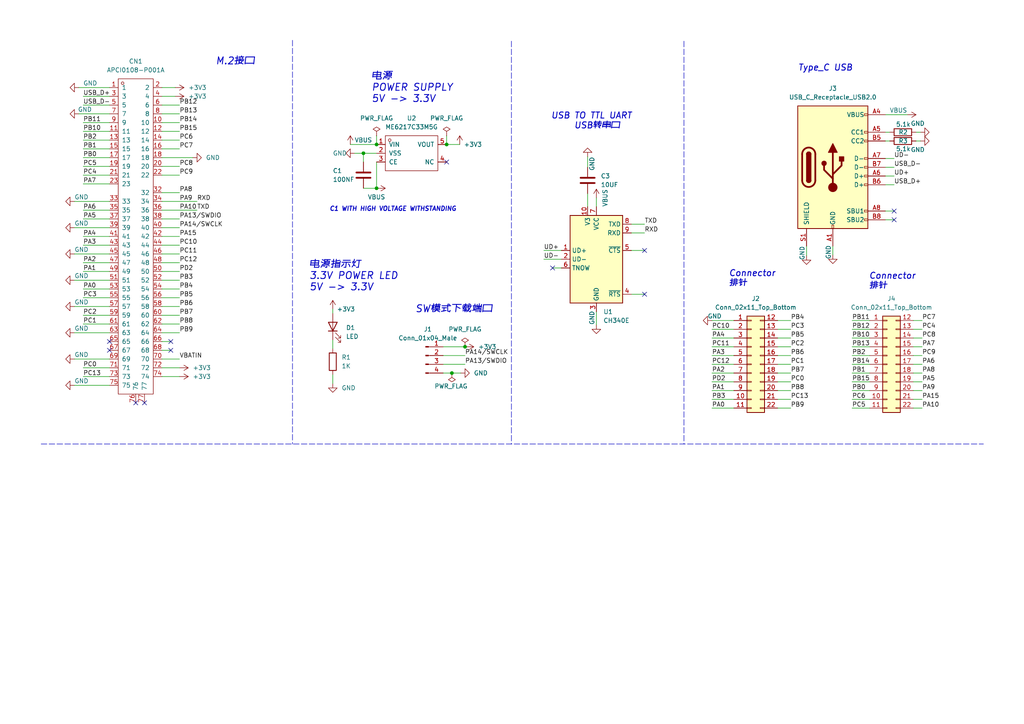
<source format=kicad_sch>
(kicad_sch (version 20211123) (generator eeschema)
  (paper "A4")
  (title_block (title "Test_board"))
  (lib_symbols
    (symbol "Connector:Conn_01x04_Male" (pin_names (offset 1.016) hide)
      (property "Reference" "J" (at 0 5.08 0))
      (property "Value" "Conn_01x04_Male" (at 0 -7.62 0))
      (symbol "Conn_01x04_Male_1_1"
        (polyline (pts (xy 1.27 -5.08) (xy 0.8636 -5.08)) (stroke (width 0.1524)))
        (polyline (pts (xy 1.27 -2.54) (xy 0.8636 -2.54)) (stroke (width 0.1524)))
        (polyline (pts (xy 1.27 0) (xy 0.8636 0)) (stroke (width 0.1524)))
        (polyline (pts (xy 1.27 2.54) (xy 0.8636 2.54)) (stroke (width 0.1524)))
        (rectangle (start 0.8636 -4.953) (end 0 -5.207) (stroke (width 0.1524)) (fill (type outline)))
        (rectangle (start 0.8636 -2.413) (end 0 -2.667) (stroke (width 0.1524)) (fill (type outline)))
        (rectangle (start 0.8636 0.127) (end 0 -0.127) (stroke (width 0.1524)) (fill (type outline)))
        (rectangle (start 0.8636 2.667) (end 0 2.413) (stroke (width 0.1524)) (fill (type outline)))
        (pin passive line (at 5.08 2.54 180) (length 3.81) (name "Pin_1") (number "1"))
        (pin passive line (at 5.08 0 180) (length 3.81) (name "Pin_2") (number "2"))
        (pin passive line (at 5.08 -2.54 180) (length 3.81) (name "Pin_3") (number "3"))
        (pin passive line (at 5.08 -5.08 180) (length 3.81) (name "Pin_4") (number "4"))
      )
    )
    (symbol "Connector:USB_C_Receptacle_USB2.0" (pin_names (offset 1.016))
      (property "Reference" "J" (at -10.16 19.05 0))
      (property "Value" "USB_C_Receptacle_USB2.0" (at 19.05 19.05 0))
      (symbol "USB_C_Receptacle_USB2.0_0_0"
        (rectangle (start -0.254 -17.78) (end 0.254 -16.764))
        (rectangle (start 10.16 -14.986) (end 9.144 -15.494))
        (rectangle (start 10.16 -12.446) (end 9.144 -12.954))
        (rectangle (start 10.16 -4.826) (end 9.144 -5.334))
        (rectangle (start 10.16 -2.286) (end 9.144 -2.794))
        (rectangle (start 10.16 0.254) (end 9.144 -0.254))
        (rectangle (start 10.16 2.794) (end 9.144 2.286))
        (rectangle (start 10.16 7.874) (end 9.144 7.366))
        (rectangle (start 10.16 10.414) (end 9.144 9.906))
        (rectangle (start 10.16 15.494) (end 9.144 14.986))
      )
      (symbol "USB_C_Receptacle_USB2.0_0_1"
        (rectangle (start -10.16 17.78) (end 10.16 -17.78) (stroke (width 0.254)) (fill (type background)))
        (arc (start -8.89 -3.81) (mid -6.985 -5.715) (end -5.08 -3.81) (stroke (width 0.508)))
        (arc (start -7.62 -3.81) (mid -6.985 -4.445) (end -6.35 -3.81) (stroke (width 0.254)))
        (arc (start -7.62 -3.81) (mid -6.985 -4.445) (end -6.35 -3.81) (stroke (width 0.254)) (fill (type outline)))
        (rectangle (start -7.62 -3.81) (end -6.35 3.81) (stroke (width 0.254)) (fill (type outline)))
        (arc (start -6.35 3.81) (mid -6.985 4.445) (end -7.62 3.81) (stroke (width 0.254)))
        (arc (start -6.35 3.81) (mid -6.985 4.445) (end -7.62 3.81) (stroke (width 0.254)) (fill (type outline)))
        (arc (start -5.08 3.81) (mid -6.985 5.715) (end -8.89 3.81) (stroke (width 0.508)))
        (circle (center -2.54 1.143) (radius 0.635) (stroke (width 0.254)) (fill (type outline)))
        (circle (center 0 -5.842) (radius 1.27) (fill (type outline)))
        (polyline (pts (xy -8.89 -3.81) (xy -8.89 3.81)) (stroke (width 0.508)))
        (polyline (pts (xy -5.08 3.81) (xy -5.08 -3.81)) (stroke (width 0.508)))
        (polyline (pts (xy 0 -5.842) (xy 0 4.318)) (stroke (width 0.508)))
        (polyline (pts (xy 0 -3.302) (xy -2.54 -0.762) (xy -2.54 0.508)) (stroke (width 0.508)))
        (polyline (pts (xy 0 -2.032) (xy 2.54 0.508) (xy 2.54 1.778)) (stroke (width 0.508)))
        (polyline (pts (xy -1.27 4.318) (xy 0 6.858) (xy 1.27 4.318) (xy -1.27 4.318)) (stroke (width 0.254)) (fill (type outline)))
        (rectangle (start 1.905 1.778) (end 3.175 3.048) (stroke (width 0.254)) (fill (type outline)))
      )
      (symbol "USB_C_Receptacle_USB2.0_1_1"
        (pin passive line (at 0 -22.86 90) (length 5.08) (name "GND") (number "A1"))
        (pin passive line (at 0 -22.86 90) (length 5.08) hide (name "GND") (number "A12"))
        (pin passive line (at 15.24 15.24 180) (length 5.08) (name "VBUS") (number "A4"))
        (pin bidirectional line (at 15.24 10.16 180) (length 5.08) (name "CC1") (number "A5"))
        (pin bidirectional line (at 15.24 -2.54 180) (length 5.08) (name "D+") (number "A6"))
        (pin bidirectional line (at 15.24 2.54 180) (length 5.08) (name "D-") (number "A7"))
        (pin bidirectional line (at 15.24 -12.7 180) (length 5.08) (name "SBU1") (number "A8"))
        (pin passive line (at 15.24 15.24 180) (length 5.08) hide (name "VBUS") (number "A9"))
        (pin passive line (at 0 -22.86 90) (length 5.08) hide (name "GND") (number "B1"))
        (pin passive line (at 0 -22.86 90) (length 5.08) hide (name "GND") (number "B12"))
        (pin passive line (at 15.24 15.24 180) (length 5.08) hide (name "VBUS") (number "B4"))
        (pin bidirectional line (at 15.24 7.62 180) (length 5.08) (name "CC2") (number "B5"))
        (pin bidirectional line (at 15.24 -5.08 180) (length 5.08) (name "D+") (number "B6"))
        (pin bidirectional line (at 15.24 0 180) (length 5.08) (name "D-") (number "B7"))
        (pin bidirectional line (at 15.24 -15.24 180) (length 5.08) (name "SBU2") (number "B8"))
        (pin passive line (at 15.24 15.24 180) (length 5.08) hide (name "VBUS") (number "B9"))
        (pin passive line (at -7.62 -22.86 90) (length 5.08) (name "SHIELD") (number "S1"))
      )
    )
    (symbol "Connector_Generic:Conn_02x11_Top_Bottom" (pin_names (offset 1.016) hide)
      (property "Reference" "J" (at 1.27 15.24 0))
      (property "Value" "Conn_02x11_Top_Bottom" (at 1.27 -15.24 0))
      (symbol "Conn_02x11_Top_Bottom_1_1"
        (rectangle (start -1.27 -12.573) (end 0 -12.827) (stroke (width 0.1524)))
        (rectangle (start -1.27 -10.033) (end 0 -10.287) (stroke (width 0.1524)))
        (rectangle (start -1.27 -7.493) (end 0 -7.747) (stroke (width 0.1524)))
        (rectangle (start -1.27 -4.953) (end 0 -5.207) (stroke (width 0.1524)))
        (rectangle (start -1.27 -2.413) (end 0 -2.667) (stroke (width 0.1524)))
        (rectangle (start -1.27 0.127) (end 0 -0.127) (stroke (width 0.1524)))
        (rectangle (start -1.27 2.667) (end 0 2.413) (stroke (width 0.1524)))
        (rectangle (start -1.27 5.207) (end 0 4.953) (stroke (width 0.1524)))
        (rectangle (start -1.27 7.747) (end 0 7.493) (stroke (width 0.1524)))
        (rectangle (start -1.27 10.287) (end 0 10.033) (stroke (width 0.1524)))
        (rectangle (start -1.27 12.827) (end 0 12.573) (stroke (width 0.1524)))
        (rectangle (start -1.27 13.97) (end 3.81 -13.97) (stroke (width 0.254)) (fill (type background)))
        (rectangle (start 3.81 -12.573) (end 2.54 -12.827) (stroke (width 0.1524)))
        (rectangle (start 3.81 -10.033) (end 2.54 -10.287) (stroke (width 0.1524)))
        (rectangle (start 3.81 -7.493) (end 2.54 -7.747) (stroke (width 0.1524)))
        (rectangle (start 3.81 -4.953) (end 2.54 -5.207) (stroke (width 0.1524)))
        (rectangle (start 3.81 -2.413) (end 2.54 -2.667) (stroke (width 0.1524)))
        (rectangle (start 3.81 0.127) (end 2.54 -0.127) (stroke (width 0.1524)))
        (rectangle (start 3.81 2.667) (end 2.54 2.413) (stroke (width 0.1524)))
        (rectangle (start 3.81 5.207) (end 2.54 4.953) (stroke (width 0.1524)))
        (rectangle (start 3.81 7.747) (end 2.54 7.493) (stroke (width 0.1524)))
        (rectangle (start 3.81 10.287) (end 2.54 10.033) (stroke (width 0.1524)))
        (rectangle (start 3.81 12.827) (end 2.54 12.573) (stroke (width 0.1524)))
        (pin passive line (at -5.08 12.7 0) (length 3.81) (name "Pin_1") (number "1"))
        (pin passive line (at -5.08 -10.16 0) (length 3.81) (name "Pin_10") (number "10"))
        (pin passive line (at -5.08 -12.7 0) (length 3.81) (name "Pin_11") (number "11"))
        (pin passive line (at 7.62 12.7 180) (length 3.81) (name "Pin_12") (number "12"))
        (pin passive line (at 7.62 10.16 180) (length 3.81) (name "Pin_13") (number "13"))
        (pin passive line (at 7.62 7.62 180) (length 3.81) (name "Pin_14") (number "14"))
        (pin passive line (at 7.62 5.08 180) (length 3.81) (name "Pin_15") (number "15"))
        (pin passive line (at 7.62 2.54 180) (length 3.81) (name "Pin_16") (number "16"))
        (pin passive line (at 7.62 0 180) (length 3.81) (name "Pin_17") (number "17"))
        (pin passive line (at 7.62 -2.54 180) (length 3.81) (name "Pin_18") (number "18"))
        (pin passive line (at 7.62 -5.08 180) (length 3.81) (name "Pin_19") (number "19"))
        (pin passive line (at -5.08 10.16 0) (length 3.81) (name "Pin_2") (number "2"))
        (pin passive line (at 7.62 -7.62 180) (length 3.81) (name "Pin_20") (number "20"))
        (pin passive line (at 7.62 -10.16 180) (length 3.81) (name "Pin_21") (number "21"))
        (pin passive line (at 7.62 -12.7 180) (length 3.81) (name "Pin_22") (number "22"))
        (pin passive line (at -5.08 7.62 0) (length 3.81) (name "Pin_3") (number "3"))
        (pin passive line (at -5.08 5.08 0) (length 3.81) (name "Pin_4") (number "4"))
        (pin passive line (at -5.08 2.54 0) (length 3.81) (name "Pin_5") (number "5"))
        (pin passive line (at -5.08 0 0) (length 3.81) (name "Pin_6") (number "6"))
        (pin passive line (at -5.08 -2.54 0) (length 3.81) (name "Pin_7") (number "7"))
        (pin passive line (at -5.08 -5.08 0) (length 3.81) (name "Pin_8") (number "8"))
        (pin passive line (at -5.08 -7.62 0) (length 3.81) (name "Pin_9") (number "9"))
      )
    )
    (symbol "Device:C" (pin_numbers hide) (pin_names (offset 0.254))
      (property "Reference" "C" (at 0.635 2.54 0))
      (property "Value" "C" (at 0.635 -2.54 0))
      (symbol "C_0_1"
        (polyline (pts (xy -2.032 -0.762) (xy 2.032 -0.762)) (stroke (width 0.508)))
        (polyline (pts (xy -2.032 0.762) (xy 2.032 0.762)) (stroke (width 0.508)))
      )
      (symbol "C_1_1"
        (pin passive line (at 0 3.81 270) (length 2.794) (name "~") (number "1"))
        (pin passive line (at 0 -3.81 90) (length 2.794) (name "~") (number "2"))
      )
    )
    (symbol "Device:LED" (pin_numbers hide) (pin_names (offset 1.016) hide)
      (property "Reference" "D" (at 0 2.54 0))
      (property "Value" "LED" (at 0 -2.54 0))
      (symbol "LED_0_1"
        (polyline (pts (xy -1.27 -1.27) (xy -1.27 1.27)) (stroke (width 0.254)))
        (polyline (pts (xy -1.27 0) (xy 1.27 0)))
        (polyline (pts (xy 1.27 -1.27) (xy 1.27 1.27) (xy -1.27 0) (xy 1.27 -1.27)) (stroke (width 0.254)))
        (polyline (pts (xy -3.048 -0.762) (xy -4.572 -2.286) (xy -3.81 -2.286) (xy -4.572 -2.286) (xy -4.572 -1.524)))
        (polyline (pts (xy -1.778 -0.762) (xy -3.302 -2.286) (xy -2.54 -2.286) (xy -3.302 -2.286) (xy -3.302 -1.524)))
      )
      (symbol "LED_1_1"
        (pin passive line (at -3.81 0 0) (length 2.54) (name "K") (number "1"))
        (pin passive line (at 3.81 0 180) (length 2.54) (name "A") (number "2"))
      )
    )
    (symbol "Device:R" (pin_numbers hide) (pin_names (offset 0))
      (property "Reference" "R" (at 2.032 0 90))
      (property "Value" "R" (at 0 0 90))
      (symbol "R_0_1"
        (rectangle (start -1.016 -2.54) (end 1.016 2.54) (stroke (width 0.254)))
      )
      (symbol "R_1_1"
        (pin passive line (at 0 3.81 270) (length 1.27) (name "~") (number "1"))
        (pin passive line (at 0 -3.81 90) (length 1.27) (name "~") (number "2"))
      )
    )
    (symbol "Interface_USB:CH340E"
      (property "Reference" "U" (at -5.08 13.97 0))
      (property "Value" "CH340E" (at 1.27 13.97 0))
      (symbol "CH340E_0_1"
        (rectangle (start -7.62 12.7) (end 7.62 -12.7) (stroke (width 0.254)) (fill (type background)))
      )
      (symbol "CH340E_1_1"
        (pin bidirectional line (at -10.16 2.54 0) (length 2.54) (name "UD+") (number "1"))
        (pin passive line (at -2.54 15.24 270) (length 2.54) (name "V3") (number "10"))
        (pin bidirectional line (at -10.16 0 0) (length 2.54) (name "UD-") (number "2"))
        (pin power_in line (at 0 -15.24 90) (length 2.54) (name "GND") (number "3"))
        (pin output line (at 10.16 -10.16 180) (length 2.54) (name "~{RTS}") (number "4"))
        (pin input line (at 10.16 2.54 180) (length 2.54) (name "~{CTS}") (number "5"))
        (pin output line (at -10.16 -2.54 0) (length 2.54) (name "TNOW") (number "6"))
        (pin power_in line (at 0 15.24 270) (length 2.54) (name "VCC") (number "7"))
        (pin output line (at 10.16 10.16 180) (length 2.54) (name "TXD") (number "8"))
        (pin input line (at 10.16 7.62 180) (length 2.54) (name "RXD") (number "9"))
      )
    )
    (symbol "kicad_lceda:APCI0108-P001A" (pin_names (offset 1.016))
      (property "Reference" "CN" (at 0 0 0))
      (property "Value" "APCI0108-P001A" (at 0 0 0))
      (symbol "APCI0108-P001A_1_1"
        (rectangle (start -5.08 -43.18) (end 5.08 48.26))
        (circle (center -3.81 46.99) (radius 0.381))
        (pin input line (at -7.62 45.72 0) (length 2.54) (name "1") (number "1"))
        (pin input line (at 7.62 35.56 180) (length 2.54) (name "10") (number "10"))
        (pin input line (at -7.62 33.02 0) (length 2.54) (name "11") (number "11"))
        (pin input line (at 7.62 33.02 180) (length 2.54) (name "12") (number "12"))
        (pin input line (at -7.62 30.48 0) (length 2.54) (name "13") (number "13"))
        (pin input line (at 7.62 30.48 180) (length 2.54) (name "14") (number "14"))
        (pin input line (at -7.62 27.94 0) (length 2.54) (name "15") (number "15"))
        (pin input line (at 7.62 27.94 180) (length 2.54) (name "16") (number "16"))
        (pin input line (at -7.62 25.4 0) (length 2.54) (name "17") (number "17"))
        (pin input line (at 7.62 25.4 180) (length 2.54) (name "18") (number "18"))
        (pin input line (at -7.62 22.86 0) (length 2.54) (name "19") (number "19"))
        (pin input line (at 7.62 45.72 180) (length 2.54) (name "2") (number "2"))
        (pin input line (at 7.62 22.86 180) (length 2.54) (name "20") (number "20"))
        (pin input line (at -7.62 20.32 0) (length 2.54) (name "21") (number "21"))
        (pin input line (at 7.62 20.32 180) (length 2.54) (name "22") (number "22"))
        (pin input line (at -7.62 17.78 0) (length 2.54) (name "23") (number "23"))
        (pin input line (at -7.62 43.18 0) (length 2.54) (name "3") (number "3"))
        (pin input line (at 7.62 15.24 180) (length 2.54) (name "32") (number "32"))
        (pin input line (at -7.62 12.7 0) (length 2.54) (name "33") (number "33"))
        (pin input line (at 7.62 12.7 180) (length 2.54) (name "34") (number "34"))
        (pin input line (at -7.62 10.16 0) (length 2.54) (name "35") (number "35"))
        (pin input line (at 7.62 10.16 180) (length 2.54) (name "36") (number "36"))
        (pin input line (at -7.62 7.62 0) (length 2.54) (name "37") (number "37"))
        (pin input line (at 7.62 7.62 180) (length 2.54) (name "38") (number "38"))
        (pin input line (at -7.62 5.08 0) (length 2.54) (name "39") (number "39"))
        (pin input line (at 7.62 43.18 180) (length 2.54) (name "4") (number "4"))
        (pin input line (at 7.62 5.08 180) (length 2.54) (name "40") (number "40"))
        (pin input line (at -7.62 2.54 0) (length 2.54) (name "41") (number "41"))
        (pin input line (at 7.62 2.54 180) (length 2.54) (name "42") (number "42"))
        (pin input line (at -7.62 0 0) (length 2.54) (name "43") (number "43"))
        (pin input line (at 7.62 0 180) (length 2.54) (name "44") (number "44"))
        (pin input line (at -7.62 -2.54 0) (length 2.54) (name "45") (number "45"))
        (pin input line (at 7.62 -2.54 180) (length 2.54) (name "46") (number "46"))
        (pin input line (at -7.62 -5.08 0) (length 2.54) (name "47") (number "47"))
        (pin input line (at 7.62 -5.08 180) (length 2.54) (name "48") (number "48"))
        (pin input line (at -7.62 -7.62 0) (length 2.54) (name "49") (number "49"))
        (pin input line (at -7.62 40.64 0) (length 2.54) (name "5") (number "5"))
        (pin input line (at 7.62 -7.62 180) (length 2.54) (name "50") (number "50"))
        (pin input line (at -7.62 -10.16 0) (length 2.54) (name "51") (number "51"))
        (pin input line (at 7.62 -10.16 180) (length 2.54) (name "52") (number "52"))
        (pin input line (at -7.62 -12.7 0) (length 2.54) (name "53") (number "53"))
        (pin input line (at 7.62 -12.7 180) (length 2.54) (name "54") (number "54"))
        (pin input line (at -7.62 -15.24 0) (length 2.54) (name "55") (number "55"))
        (pin input line (at 7.62 -15.24 180) (length 2.54) (name "56") (number "56"))
        (pin input line (at -7.62 -17.78 0) (length 2.54) (name "57") (number "57"))
        (pin input line (at 7.62 -17.78 180) (length 2.54) (name "58") (number "58"))
        (pin input line (at -7.62 -20.32 0) (length 2.54) (name "59") (number "59"))
        (pin input line (at 7.62 40.64 180) (length 2.54) (name "6") (number "6"))
        (pin input line (at 7.62 -20.32 180) (length 2.54) (name "60") (number "60"))
        (pin input line (at -7.62 -22.86 0) (length 2.54) (name "61") (number "61"))
        (pin input line (at 7.62 -22.86 180) (length 2.54) (name "62") (number "62"))
        (pin input line (at -7.62 -25.4 0) (length 2.54) (name "63") (number "63"))
        (pin input line (at 7.62 -25.4 180) (length 2.54) (name "64") (number "64"))
        (pin input line (at -7.62 -27.94 0) (length 2.54) (name "65") (number "65"))
        (pin input line (at 7.62 -27.94 180) (length 2.54) (name "66") (number "66"))
        (pin input line (at -7.62 -30.48 0) (length 2.54) (name "67") (number "67"))
        (pin input line (at 7.62 -30.48 180) (length 2.54) (name "68") (number "68"))
        (pin input line (at -7.62 -33.02 0) (length 2.54) (name "69") (number "69"))
        (pin input line (at -7.62 38.1 0) (length 2.54) (name "7") (number "7"))
        (pin input line (at 7.62 -33.02 180) (length 2.54) (name "70") (number "70"))
        (pin input line (at -7.62 -35.56 0) (length 2.54) (name "71") (number "71"))
        (pin input line (at 7.62 -35.56 180) (length 2.54) (name "72") (number "72"))
        (pin input line (at -7.62 -38.1 0) (length 2.54) (name "73") (number "73"))
        (pin input line (at 7.62 -38.1 180) (length 2.54) (name "74") (number "74"))
        (pin input line (at -7.62 -40.64 0) (length 2.54) (name "75") (number "75"))
        (pin input line (at 0 -45.72 90) (length 2.54) (name "76") (number "76"))
        (pin input line (at 2.54 -45.72 90) (length 2.54) (name "77") (number "77"))
        (pin input line (at 7.62 38.1 180) (length 2.54) (name "8") (number "8"))
        (pin input line (at -7.62 35.56 0) (length 2.54) (name "9") (number "9"))
      )
    )
    (symbol "kicad_lceda:ME6217C33M5G" (pin_names (offset 1.016))
      (property "Reference" "U" (at 0 0 0))
      (property "Value" "ME6217C33M5G" (at 0 0 0))
      (symbol "ME6217C33M5G_1_1"
        (rectangle (start -7.62 -5.08) (end 7.62 5.08))
        (circle (center -6.35 3.81) (radius 0.381))
        (pin input line (at -10.16 2.54 0) (length 2.54) (name "VIN") (number "1"))
        (pin input line (at -10.16 0 0) (length 2.54) (name "VSS") (number "2"))
        (pin input line (at -10.16 -2.54 0) (length 2.54) (name "CE") (number "3"))
        (pin input line (at 10.16 -2.54 180) (length 2.54) (name "NC") (number "4"))
        (pin input line (at 10.16 2.54 180) (length 2.54) (name "VOUT") (number "5"))
      )
    )
    (symbol "power:+3.3V" (power) (pin_names (offset 0))
      (property "Value" "+3.3V" (at 0 3.556 0))
      (symbol "+3.3V_0_1"
        (polyline (pts (xy -0.762 1.27) (xy 0 2.54)))
        (polyline (pts (xy 0 0) (xy 0 2.54)))
        (polyline (pts (xy 0 2.54) (xy 0.762 1.27)))
      )
      (symbol "+3.3V_1_1"
        (pin power_in line (at 0 0 90) (length 0) hide (name "+3V3") (number "1"))
      )
    )
    (symbol "power:GND" (power) (pin_names (offset 0))
      (property "Value" "GND" (at 0 -3.81 0))
      (symbol "GND_0_1"
        (polyline (pts (xy 0 0) (xy 0 -1.27) (xy 1.27 -1.27) (xy 0 -2.54) (xy -1.27 -1.27) (xy 0 -1.27)))
      )
      (symbol "GND_1_1"
        (pin power_in line (at 0 0 270) (length 0) hide (name "GND") (number "1"))
      )
    )
    (symbol "power:PWR_FLAG" (power) (pin_numbers hide) (pin_names (offset 0) hide)
      (property "Value" "PWR_FLAG" (at 0 3.81 0))
      (symbol "PWR_FLAG_0_0"
        (pin power_out line (at 0 0 90) (length 0) (name "pwr") (number "1"))
      )
      (symbol "PWR_FLAG_0_1"
        (polyline (pts (xy 0 0) (xy 0 1.27) (xy -1.016 1.905) (xy 0 2.54) (xy 1.016 1.905) (xy 0 1.27)))
      )
    )
    (symbol "power:VBUS" (power) (pin_names (offset 0))
      (property "Value" "VBUS" (at 0 3.81 0))
      (symbol "VBUS_0_1"
        (polyline (pts (xy -0.762 1.27) (xy 0 2.54)))
        (polyline (pts (xy 0 0) (xy 0 2.54)))
        (polyline (pts (xy 0 2.54) (xy 0.762 1.27)))
      )
      (symbol "VBUS_1_1"
        (pin power_in line (at 0 0 90) (length 0) hide (name "VBUS") (number "1"))
      )
    )
  )
  (junction (at 134.874 100.584))
  (junction (at 129.54 41.91))
  (junction (at 131.064 108.204))
  (junction (at 105.41 44.45))
  (junction (at 109.22 54.61))
  (junction (at 109.22 41.91))
  (no_connect (at 160.274 77.724))
  (no_connect (at 129.54 46.99))
  (no_connect (at 41.91 116.84))
  (no_connect (at 39.37 116.84))
  (no_connect (at 49.53 101.6))
  (no_connect (at 31.75 99.06))
  (no_connect (at 31.75 101.6))
  (no_connect (at 49.53 99.06))
  (no_connect (at 259.334 61.214))
  (no_connect (at 259.334 63.754))
  (no_connect (at 186.944 72.644))
  (no_connect (at 186.944 85.344))
  (wire (pts (xy 229.362 113.284) (xy 225.552 113.284)))
  (wire (pts (xy 206.502 100.584) (xy 212.852 100.584)))
  (wire (pts (xy 52.07 50.8) (xy 46.99 50.8)))
  (wire (pts (xy 24.13 76.2) (xy 31.75 76.2)))
  (wire (pts (xy 24.13 63.5) (xy 31.75 63.5)))
  (wire (pts (xy 259.334 53.594) (xy 256.794 53.594)))
  (wire (pts (xy 52.07 71.12) (xy 46.99 71.12)))
  (wire (pts (xy 24.13 50.8) (xy 31.75 50.8)))
  (wire (pts (xy 57.15 58.42) (xy 46.99 58.42)))
  (wire (pts (xy 24.13 53.34) (xy 31.75 53.34)))
  (wire (pts (xy 52.07 40.64) (xy 46.99 40.64)))
  (wire (pts (xy 52.07 81.28) (xy 46.99 81.28)))
  (wire (pts (xy 102.87 44.45) (xy 105.41 44.45)))
  (wire (pts (xy 186.944 85.344) (xy 183.134 85.344)))
  (wire (pts (xy 109.22 54.61) (xy 105.41 54.61)))
  (polyline (pts (xy 84.836 11.684) (xy 84.836 128.778)))
  (wire (pts (xy 229.362 95.504) (xy 225.552 95.504)))
  (wire (pts (xy 96.52 101.092) (xy 96.52 98.552)))
  (wire (pts (xy 267.462 110.744) (xy 264.922 110.744)))
  (wire (pts (xy 267.462 113.284) (xy 264.922 113.284)))
  (wire (pts (xy 267.462 105.664) (xy 264.922 105.664)))
  (wire (pts (xy 266.954 40.894) (xy 265.684 40.894)))
  (wire (pts (xy 105.41 44.45) (xy 105.41 46.99)))
  (wire (pts (xy 24.13 91.44) (xy 31.75 91.44)))
  (wire (pts (xy 229.362 118.364) (xy 225.552 118.364)))
  (wire (pts (xy 172.974 94.234) (xy 172.974 90.424)))
  (wire (pts (xy 21.59 66.04) (xy 31.75 66.04)))
  (wire (pts (xy 186.944 65.024) (xy 183.134 65.024)))
  (wire (pts (xy 160.274 77.724) (xy 162.814 77.724)))
  (wire (pts (xy 247.142 108.204) (xy 252.222 108.204)))
  (wire (pts (xy 134.874 105.664) (xy 128.524 105.664)))
  (wire (pts (xy 24.13 45.72) (xy 31.75 45.72)))
  (wire (pts (xy 247.142 92.964) (xy 252.222 92.964)))
  (wire (pts (xy 96.52 111.252) (xy 96.52 108.712)))
  (wire (pts (xy 52.07 76.2) (xy 46.99 76.2)))
  (wire (pts (xy 24.13 35.56) (xy 31.75 35.56)))
  (wire (pts (xy 109.22 46.99) (xy 109.22 54.61)))
  (wire (pts (xy 52.07 33.02) (xy 46.99 33.02)))
  (wire (pts (xy 24.13 40.64) (xy 31.75 40.64)))
  (wire (pts (xy 247.142 98.044) (xy 252.222 98.044)))
  (wire (pts (xy 266.954 38.354) (xy 265.684 38.354)))
  (wire (pts (xy 96.52 89.662) (xy 96.52 90.932)))
  (wire (pts (xy 134.874 100.584) (xy 128.524 100.584)))
  (wire (pts (xy 21.59 88.9) (xy 31.75 88.9)))
  (wire (pts (xy 229.362 108.204) (xy 225.552 108.204)))
  (wire (pts (xy 259.334 45.974) (xy 256.794 45.974)))
  (wire (pts (xy 24.13 30.48) (xy 31.75 30.48)))
  (wire (pts (xy 52.07 30.48) (xy 46.99 30.48)))
  (wire (pts (xy 24.13 60.96) (xy 31.75 60.96)))
  (wire (pts (xy 259.334 48.514) (xy 256.794 48.514)))
  (wire (pts (xy 129.54 39.37) (xy 129.54 41.91)))
  (wire (pts (xy 247.142 110.744) (xy 252.222 110.744)))
  (wire (pts (xy 24.13 83.82) (xy 31.75 83.82)))
  (wire (pts (xy 24.13 48.26) (xy 31.75 48.26)))
  (wire (pts (xy 131.064 108.204) (xy 133.604 108.204)))
  (wire (pts (xy 229.362 92.964) (xy 225.552 92.964)))
  (wire (pts (xy 131.064 108.204) (xy 128.524 108.204)))
  (wire (pts (xy 21.59 58.42) (xy 31.75 58.42)))
  (wire (pts (xy 24.13 43.18) (xy 31.75 43.18)))
  (wire (pts (xy 267.462 108.204) (xy 264.922 108.204)))
  (wire (pts (xy 52.07 91.44) (xy 46.99 91.44)))
  (wire (pts (xy 206.502 105.664) (xy 212.852 105.664)))
  (wire (pts (xy 109.22 39.37) (xy 109.22 41.91)))
  (wire (pts (xy 186.944 72.644) (xy 183.134 72.644)))
  (wire (pts (xy 229.362 103.124) (xy 225.552 103.124)))
  (wire (pts (xy 206.502 113.284) (xy 212.852 113.284)))
  (wire (pts (xy 57.15 60.96) (xy 46.99 60.96)))
  (wire (pts (xy 133.35 41.91) (xy 129.54 41.91)))
  (wire (pts (xy 52.07 106.68) (xy 46.99 106.68)))
  (wire (pts (xy 229.362 100.584) (xy 225.552 100.584)))
  (wire (pts (xy 267.462 92.964) (xy 264.922 92.964)))
  (wire (pts (xy 206.502 103.124) (xy 212.852 103.124)))
  (polyline (pts (xy 198.374 11.938) (xy 198.374 128.778)))
  (wire (pts (xy 24.13 93.98) (xy 31.75 93.98)))
  (wire (pts (xy 50.8 27.94) (xy 46.99 27.94)))
  (wire (pts (xy 24.13 78.74) (xy 31.75 78.74)))
  (wire (pts (xy 267.462 103.124) (xy 264.922 103.124)))
  (wire (pts (xy 52.07 96.52) (xy 46.99 96.52)))
  (wire (pts (xy 172.974 57.404) (xy 172.974 59.944)))
  (wire (pts (xy 229.362 98.044) (xy 225.552 98.044)))
  (wire (pts (xy 134.874 103.124) (xy 128.524 103.124)))
  (wire (pts (xy 52.07 86.36) (xy 46.99 86.36)))
  (wire (pts (xy 157.734 72.644) (xy 162.814 72.644)))
  (wire (pts (xy 24.13 38.1) (xy 31.75 38.1)))
  (wire (pts (xy 259.334 61.214) (xy 256.794 61.214)))
  (wire (pts (xy 21.59 96.52) (xy 31.75 96.52)))
  (wire (pts (xy 256.794 38.354) (xy 258.064 38.354)))
  (polyline (pts (xy 11.938 128.778) (xy 285.242 128.778)))
  (wire (pts (xy 49.53 99.06) (xy 46.99 99.06)))
  (wire (pts (xy 52.07 48.26) (xy 46.99 48.26)))
  (wire (pts (xy 229.362 115.824) (xy 225.552 115.824)))
  (wire (pts (xy 256.794 40.894) (xy 258.064 40.894)))
  (wire (pts (xy 52.07 55.88) (xy 46.99 55.88)))
  (wire (pts (xy 24.13 109.22) (xy 31.75 109.22)))
  (wire (pts (xy 259.334 63.754) (xy 256.794 63.754)))
  (wire (pts (xy 21.59 104.14) (xy 31.75 104.14)))
  (polyline (pts (xy 148.336 11.938) (xy 148.336 128.778)))
  (wire (pts (xy 105.41 44.45) (xy 109.22 44.45)))
  (wire (pts (xy 247.142 105.664) (xy 252.222 105.664)))
  (wire (pts (xy 206.502 98.044) (xy 212.852 98.044)))
  (wire (pts (xy 170.434 56.134) (xy 170.434 59.944)))
  (wire (pts (xy 52.07 68.58) (xy 46.99 68.58)))
  (wire (pts (xy 229.362 105.664) (xy 225.552 105.664)))
  (wire (pts (xy 22.86 25.4) (xy 31.75 25.4)))
  (wire (pts (xy 21.59 73.66) (xy 31.75 73.66)))
  (wire (pts (xy 101.6 41.91) (xy 109.22 41.91)))
  (wire (pts (xy 24.13 106.68) (xy 31.75 106.68)))
  (wire (pts (xy 49.53 101.6) (xy 46.99 101.6)))
  (wire (pts (xy 267.462 98.044) (xy 264.922 98.044)))
  (wire (pts (xy 52.07 83.82) (xy 46.99 83.82)))
  (wire (pts (xy 247.142 95.504) (xy 252.222 95.504)))
  (wire (pts (xy 263.144 33.274) (xy 256.794 33.274)))
  (wire (pts (xy 52.07 104.14) (xy 46.99 104.14)))
  (wire (pts (xy 52.07 35.56) (xy 46.99 35.56)))
  (wire (pts (xy 267.462 100.584) (xy 264.922 100.584)))
  (wire (pts (xy 52.07 109.22) (xy 46.99 109.22)))
  (wire (pts (xy 267.462 115.824) (xy 264.922 115.824)))
  (wire (pts (xy 52.07 66.04) (xy 46.99 66.04)))
  (wire (pts (xy 55.88 45.72) (xy 46.99 45.72)))
  (wire (pts (xy 233.934 74.168) (xy 233.934 71.374)))
  (wire (pts (xy 259.334 51.054) (xy 256.794 51.054)))
  (wire (pts (xy 229.362 110.744) (xy 225.552 110.744)))
  (wire (pts (xy 247.142 100.584) (xy 252.222 100.584)))
  (wire (pts (xy 170.434 45.466) (xy 170.434 48.514)))
  (wire (pts (xy 50.8 25.4) (xy 46.99 25.4)))
  (wire (pts (xy 206.502 108.204) (xy 212.852 108.204)))
  (wire (pts (xy 267.462 118.364) (xy 264.922 118.364)))
  (wire (pts (xy 21.59 111.76) (xy 31.75 111.76)))
  (wire (pts (xy 206.502 92.964) (xy 212.852 92.964)))
  (wire (pts (xy 52.07 43.18) (xy 46.99 43.18)))
  (wire (pts (xy 157.734 75.184) (xy 162.814 75.184)))
  (wire (pts (xy 52.07 38.1) (xy 46.99 38.1)))
  (wire (pts (xy 186.944 67.564) (xy 183.134 67.564)))
  (wire (pts (xy 24.13 86.36) (xy 31.75 86.36)))
  (wire (pts (xy 247.142 118.364) (xy 252.222 118.364)))
  (wire (pts (xy 52.07 63.5) (xy 46.99 63.5)))
  (wire (pts (xy 247.142 103.124) (xy 252.222 103.124)))
  (wire (pts (xy 24.13 71.12) (xy 31.75 71.12)))
  (wire (pts (xy 24.13 68.58) (xy 31.75 68.58)))
  (wire (pts (xy 267.462 95.504) (xy 264.922 95.504)))
  (wire (pts (xy 22.86 33.02) (xy 31.75 33.02)))
  (wire (pts (xy 206.502 110.744) (xy 212.852 110.744)))
  (wire (pts (xy 21.59 81.28) (xy 31.75 81.28)))
  (wire (pts (xy 241.554 73.914) (xy 241.554 71.374)))
  (wire (pts (xy 247.142 115.824) (xy 252.222 115.824)))
  (wire (pts (xy 24.13 27.94) (xy 31.75 27.94)))
  (wire (pts (xy 206.502 118.364) (xy 212.852 118.364)))
  (wire (pts (xy 52.07 78.74) (xy 46.99 78.74)))
  (wire (pts (xy 52.07 73.66) (xy 46.99 73.66)))
  (wire (pts (xy 52.07 93.98) (xy 46.99 93.98)))
  (wire (pts (xy 247.142 113.284) (xy 252.222 113.284)))
  (wire (pts (xy 206.502 95.504) (xy 212.852 95.504)))
  (wire (pts (xy 52.07 88.9) (xy 46.99 88.9)))
  (wire (pts (xy 206.502 115.824) (xy 212.852 115.824)))
  (text "C1 WITH HIGH VOLTAGE WITHSTANDING" (at 95.504 61.468 0) (effects (font (size 1.27 1.27) (thickness 0.254) bold italic) (justify left bottom)))
  (text "M.2接口" (at 62.484 19.05 0) (effects (font (size 2.032 2.032) (thickness 0.254) bold italic) (justify left bottom)))
  (text "Type_C USB" (at 231.394 20.828 0) (effects (font (size 1.778 1.778) (thickness 0.254) bold italic) (justify left bottom)))
  (text "USB TO TTL UART\n	USB转串口" (at 159.766 37.592 0) (effects (font (size 1.778 1.778) (thickness 0.254) bold italic) (justify left bottom)))
  (text "Connector \n排针" (at 251.968 84.074 0) (effects (font (size 1.778 1.778) (thickness 0.254) bold italic) (justify left bottom)))
  (text "Connector \n排针" (at 211.328 83.312 0) (effects (font (size 1.778 1.778) (thickness 0.254) bold italic) (justify left bottom)))
  (text "电源\nPOWER SUPPLY\n5V -> 3.3V" (at 107.696 29.972 0) (effects (font (size 2.032 2.032) (thickness 0.254) bold italic) (justify left bottom)))
  (text "电源指示灯\n3.3V POWER LED\n5V -> 3.3V" (at 89.662 84.582 0) (effects (font (size 2.032 2.032) (thickness 0.254) bold italic) (justify left bottom)))
  (text "SW模式下载端口" (at 120.396 90.932 0) (effects (font (size 2.032 2.032) (thickness 0.254) bold italic) (justify left bottom)))
  (label "PB3" (at 52.07 81.28 0))
  (label "PA15" (at 52.07 68.58 0))
  (label "PA8" (at 267.462 108.204 0))
  (label "USB_D+" (at 259.334 53.594 0))
  (label "PA5" (at 24.13 63.5 0))
  (label "PC6" (at 52.07 40.64 0))
  (label "PC3" (at 229.362 95.504 0))
  (label "PA9" (at 52.07 58.42 0))
  (label "PA6" (at 267.462 105.664 0))
  (label "PC1" (at 24.13 93.98 0))
  (label "PC7" (at 267.462 92.964 0))
  (label "PA2" (at 206.502 108.204 0))
  (label "PA10" (at 52.07 60.96 0))
  (label "PC11" (at 206.502 100.584 0))
  (label "PA1" (at 206.502 113.284 0))
  (label "VBATIN" (at 52.07 104.14 0))
  (label "PC13" (at 24.13 109.22 0))
  (label "PC12" (at 52.07 76.2 0))
  (label "PB1" (at 24.13 43.18 0))
  (label "PA2" (at 24.13 76.2 0))
  (label "PA0" (at 24.13 83.82 0))
  (label "PC0" (at 24.13 106.68 0))
  (label "PB2" (at 247.142 103.124 0))
  (label "PA7" (at 24.13 53.34 0))
  (label "PB15" (at 247.142 110.744 0))
  (label "PB6" (at 229.362 103.124 0))
  (label "PC12" (at 206.502 105.664 0))
  (label "PA4" (at 206.502 98.044 0))
  (label "PA0" (at 206.502 118.364 0))
  (label "PB14" (at 247.142 105.664 0))
  (label "PA4" (at 24.13 68.58 0))
  (label "TXD" (at 57.15 60.96 0))
  (label "PB5" (at 52.07 86.36 0))
  (label "PA3" (at 24.13 71.12 0))
  (label "PB9" (at 52.07 96.52 0))
  (label "PB6" (at 52.07 88.9 0))
  (label "UD-" (at 157.734 75.184 0))
  (label "PB7" (at 229.362 108.204 0))
  (label "PA1" (at 24.13 78.74 0))
  (label "PB13" (at 247.142 100.584 0))
  (label "PB8" (at 52.07 93.98 0))
  (label "PB10" (at 24.13 38.1 0))
  (label "PB0" (at 247.142 113.284 0))
  (label "PA15" (at 267.462 115.824 0))
  (label "PB12" (at 52.07 30.48 0))
  (label "USB_D-" (at 259.334 48.514 0))
  (label "RXD" (at 186.944 67.564 0))
  (label "UD+" (at 259.334 51.054 0))
  (label "PC0" (at 229.362 110.744 0))
  (label "PC6" (at 247.142 115.824 0))
  (label "PA14{slash}SWCLK" (at 52.07 66.04 0))
  (label "PC8" (at 267.462 98.044 0))
  (label "PB13" (at 52.07 33.02 0))
  (label "PA9" (at 267.462 113.284 0))
  (label "USB_D-" (at 24.13 30.48 0))
  (label "UD-" (at 259.334 45.974 0))
  (label "PC3" (at 24.13 86.36 0))
  (label "RXD" (at 57.15 58.42 0))
  (label "PA5" (at 267.462 110.744 0))
  (label "PA6" (at 24.13 60.96 0))
  (label "PB3" (at 206.502 115.824 0))
  (label "PB2" (at 24.13 40.64 0))
  (label "PA14{slash}SWCLK" (at 134.874 103.124 0))
  (label "PA3" (at 206.502 103.124 0))
  (label "PA8" (at 52.07 55.88 0))
  (label "PC1" (at 229.362 105.664 0))
  (label "TXD" (at 186.944 65.024 0))
  (label "PB12" (at 247.142 95.504 0))
  (label "PB15" (at 52.07 38.1 0))
  (label "PC9" (at 267.462 103.124 0))
  (label "PC4" (at 24.13 50.8 0))
  (label "PB8" (at 229.362 113.284 0))
  (label "PC5" (at 247.142 118.364 0))
  (label "PA13{slash}SWDIO" (at 134.874 105.664 0))
  (label "PC7" (at 52.07 43.18 0))
  (label "UD+" (at 157.734 72.644 0))
  (label "PA10" (at 267.462 118.364 0))
  (label "PC9" (at 52.07 50.8 0))
  (label "PA7" (at 267.462 100.584 0))
  (label "PB9" (at 229.362 118.364 0))
  (label "PC4" (at 267.462 95.504 0))
  (label "PC10" (at 52.07 71.12 0))
  (label "PB4" (at 229.362 92.964 0))
  (label "PD2" (at 206.502 110.744 0))
  (label "PC13" (at 229.362 115.824 0))
  (label "PB15" (at 170.18 256.54 0))
  (label "PB7" (at 52.07 91.44 0))
  (label "PC11" (at 52.07 73.66 0))
  (label "PB11" (at 24.13 35.56 0))
  (label "PD2" (at 52.07 78.74 0))
  (label "PC2" (at 229.362 100.584 0))
  (label "PB11" (at 247.142 92.964 0))
  (label "PC10" (at 206.502 95.504 0))
  (label "USB_D+" (at 24.13 27.94 0))
  (label "PB4" (at 52.07 83.82 0))
  (label "PB14" (at 52.07 35.56 0))
  (label "PB5" (at 229.362 98.044 0))
  (label "PC8" (at 52.07 48.26 0))
  (label "PB0" (at 24.13 45.72 0))
  (label "PC5" (at 24.13 48.26 0))
  (label "PB10" (at 247.142 98.044 0))
  (label "PC2" (at 24.13 91.44 0))
  (label "PA13{slash}SWDIO" (at 52.07 63.5 0))
  (label "PB1" (at 247.142 108.204 0))
  (symbol (lib_id "Device:R") (at 96.52 104.902 0) (unit 1)
    (property "Reference" "R1" (at 99.06 103.6319 0) (effects (justify left)))
    (property "Value" "1K" (at 99.06 106.1719 0) (effects (justify left)))
    (property "Footprint" "Resistor_SMD:R_0603_1608Metric" (effects hide))
  )
  (symbol (lib_id "power:GND") (at 233.934 74.168 0) (unit 1)
    (property "Reference" "#PWR0124" (effects hide))
    (property "Value" "GND" (at 232.664 75.438 90) (effects (justify left)))
  )
  (symbol (lib_id "Connector_Generic:Conn_02x11_Top_Bottom") (at 217.932 105.664 0) (unit 1)
    (property "Reference" "J2" (at 219.202 86.614 0))
    (property "Value" "Conn_02x11_Top_Bottom" (at 219.202 89.154 0))
    (property "Footprint" "Connector_PinHeader_2.54mm:PinHeader_2x11_P2.54mm_Horizontal" (effects hide))
  )
  (symbol (lib_id "Connector:USB_C_Receptacle_USB2.0") (at 241.554 48.514 0) (unit 1)
    (property "Reference" "J3" (at 241.554 25.654 0))
    (property "Value" "USB_C_Receptacle_USB2.0" (at 241.554 28.194 0))
    (property "Footprint" "Connector_USB:USB_C_Receptacle_HRO_TYPE-C-31-M-12" (effects hide))
    (property "Datasheet" "https://www.usb.org/sites/default/files/documents/usb_type-c.zip" (effects hide))
  )
  (symbol (lib_id "Connector_Generic:Conn_02x11_Top_Bottom") (at 257.302 105.664 0) (unit 1)
    (property "Reference" "J4" (at 258.572 86.614 0))
    (property "Value" "Conn_02x11_Top_Bottom" (at 258.572 89.154 0))
    (property "Footprint" "Connector_PinHeader_2.54mm:PinHeader_2x11_P2.54mm_Horizontal" (effects hide))
  )
  (symbol (lib_id "power:VBUS") (at 109.22 54.61 270) (unit 1)
    (property "Reference" "#PWR0121" (effects hide))
    (property "Value" "VBUS" (at 111.76 57.15 90) (effects (justify right)))
  )
  (symbol (lib_id "power:+3.3V") (at 133.35 41.91 0) (unit 1)
    (property "Reference" "#PWR09" (effects hide))
    (property "Value" "+3.3V" (at 137.16 41.91 0))
  )
  (symbol (lib_id "power:GND") (at 133.604 108.204 90) (unit 1)
    (property "Reference" "#PWR04" (effects hide))
    (property "Value" "GND" (at 137.414 108.2039 90) (effects (justify right)))
  )
  (symbol (lib_id "Device:LED") (at 96.52 94.742 90) (unit 1)
    (property "Reference" "D1" (at 100.33 95.0594 90) (effects (justify right)))
    (property "Value" "LED" (at 100.33 97.5994 90) (effects (justify right)))
    (property "Footprint" "LED_SMD:LED_0603_1608Metric" (effects hide))
  )
  (symbol (lib_id "power:VBUS") (at 172.974 57.404 0) (unit 1)
    (property "Reference" "#PWR0104" (effects hide))
    (property "Value" "VBUS" (at 175.514 54.864 90) (effects (justify right)))
  )
  (symbol (lib_id "Interface_USB:CH340E") (at 172.974 75.184 0) (unit 1)
    (property "Reference" "U1" (at 174.9934 90.424 0) (effects (justify left)))
    (property "Value" "CH340E" (at 174.9934 92.964 0) (effects (justify left)))
    (property "Footprint" "Package_SO:MSOP-10_3x3mm_P0.5mm" (effects hide))
    (property "Datasheet" "https://www.mpja.com/download/35227cpdata.pdf" (effects hide))
  )
  (symbol (lib_id "power:+3.3V") (at 134.874 100.584 270) (unit 1)
    (property "Reference" "#PWR05" (effects hide))
    (property "Value" "+3.3V" (at 138.684 100.5839 90) (effects (justify left)))
  )
  (symbol (lib_id "Device:C") (at 105.41 50.8 0) (unit 1)
    (property "Reference" "C1" (at 96.52 49.53 0) (effects (justify left)))
    (property "Value" "100NF" (at 96.52 52.07 0) (effects (justify left)))
    (property "Footprint" "Capacitor_SMD:C_0603_1608Metric" (effects hide))
  )
  (symbol (lib_id "power:GND") (at 22.86 33.02 270) (unit 1)
    (property "Reference" "#PWR01" (effects hide))
    (property "Value" "GND" (at 26.67 31.75 90) (effects (justify right)))
  )
  (symbol (lib_id "power:+3.3V") (at 52.07 106.68 270) (unit 1)
    (property "Reference" "#PWR0102" (effects hide))
    (property "Value" "+3.3V" (at 55.88 106.6799 90) (effects (justify left)))
  )
  (symbol (lib_id "power:GND") (at 170.434 45.466 180) (unit 1)
    (property "Reference" "#PWR0114" (effects hide))
    (property "Value" "GND" (at 171.704 45.466 90) (effects (justify left)))
  )
  (symbol (lib_id "power:GND") (at 102.87 44.45 270) (unit 1)
    (property "Reference" "#PWR0123" (effects hide))
    (property "Value" "GND" (at 96.52 44.45 90) (effects (justify left)))
  )
  (symbol (lib_id "power:GND") (at 21.59 88.9 270) (unit 1)
    (property "Reference" "#PWR0110" (effects hide))
    (property "Value" "GND" (at 21.59 87.63 90) (effects (justify left)))
  )
  (symbol (lib_id "power:PWR_FLAG") (at 134.874 100.584 0) (unit 1)
    (property "Reference" "#FLG02" (effects hide))
    (property "Value" "PWR_FLAG" (at 134.874 95.504 0))
  )
  (symbol (lib_id "power:+3.3V") (at 96.52 89.662 0) (unit 1)
    (property "Reference" "#PWR010" (effects hide))
    (property "Value" "+3.3V" (at 100.33 89.662 0))
  )
  (symbol (lib_id "power:GND") (at 241.554 73.914 0) (unit 1)
    (property "Reference" "#PWR0106" (effects hide))
    (property "Value" "GND" (at 240.284 75.184 90) (effects (justify left)))
  )
  (symbol (lib_id "power:PWR_FLAG") (at 131.064 108.204 180) (unit 1)
    (property "Reference" "#FLG01" (effects hide))
    (property "Value" "PWR_FLAG" (at 125.984 112.014 0) (effects (justify right)))
  )
  (symbol (lib_id "power:GND") (at 21.59 111.76 270) (unit 1)
    (property "Reference" "#PWR0112" (effects hide))
    (property "Value" "GND" (at 21.59 110.49 90) (effects (justify left)))
  )
  (symbol (lib_id "power:GND") (at 21.59 96.52 270) (unit 1)
    (property "Reference" "#PWR0108" (effects hide))
    (property "Value" "GND" (at 21.59 95.25 90) (effects (justify left)))
  )
  (symbol (lib_id "power:+3.3V") (at 50.8 25.4 270) (unit 1)
    (property "Reference" "#PWR02" (effects hide))
    (property "Value" "+3.3V" (at 54.61 25.3999 90) (effects (justify left)))
  )
  (symbol (lib_id "power:+3.3V") (at 52.07 109.22 270) (unit 1)
    (property "Reference" "#PWR0103" (effects hide))
    (property "Value" "+3.3V" (at 55.88 109.2199 90) (effects (justify left)))
  )
  (symbol (lib_id "power:GND") (at 206.502 92.964 270) (unit 1)
    (property "Reference" "#PWR0125" (effects hide))
    (property "Value" "GND" (at 205.232 91.694 90) (effects (justify left)))
  )
  (symbol (lib_id "power:GND") (at 266.954 40.894 90) (unit 1)
    (property "Reference" "#PWR0101" (effects hide))
    (property "Value" "GND" (at 268.224 43.434 90) (effects (justify left)))
  )
  (symbol (lib_id "Connector:Conn_01x04_Male") (at 123.444 103.124 0) (unit 1)
    (property "Reference" "J1" (at 124.079 95.504 0))
    (property "Value" "Conn_01x04_Male" (at 124.079 98.044 0))
    (property "Footprint" "Connector_PinHeader_2.54mm:PinHeader_1x04_P2.54mm_Vertical_SMD_Pin1Left" (effects hide))
  )
  (symbol (lib_id "power:PWR_FLAG") (at 129.54 39.37 0) (unit 1)
    (property "Reference" "#FLG05" (effects hide))
    (property "Value" "PWR_FLAG" (at 129.54 34.29 0))
  )
  (symbol (lib_id "kicad_lceda:APCI0108-P001A") (at 39.37 71.12 0) (unit 1)
    (property "Reference" "CN1" (at 39.37 17.78 0))
    (property "Value" "APCI0108-P001A" (at 39.37 20.32 0))
    (property "Footprint" "kicad_lceda:CONN-SMD_APCI0108-P001A" (effects hide))
    (property "Datasheet" "https://atta.szlcsc.com/upload/public/pdf/source/20200922/C841659_892CD72BF220F535C16A7F311F600D4E.pdf" (effects hide))
    (property "SuppliersPartNumber" "C841659" (effects hide))
    (property "uuid" "pro:9f87d49037e94ce1bc99c6e0c7d2d1e7" (effects hide))
  )
  (symbol (lib_id "kicad_lceda:ME6217C33M5G") (at 119.38 44.45 0) (unit 1)
    (property "Reference" "U2" (at 119.38 34.29 0))
    (property "Value" "ME6217C33M5G" (at 119.38 36.83 0))
    (property "Footprint" "kicad_lceda:SOT-23-5_L3.0-W1.7-P0.95-LS2.8-BR" (effects hide))
    (property "Datasheet" "https://atta.szlcsc.com/upload/public/pdf/source/20190910/C427602_D4B9162A2E9D9EF57C60010DFDECEF37.pdf" (effects hide))
    (property "SuppliersPartNumber" "C427602" (effects hide))
    (property "uuid" "pro:ff48c75c6cc74bacb60fa59ee7308dd9" (effects hide))
  )
  (symbol (lib_id "power:GND") (at 55.88 45.72 90) (unit 1)
    (property "Reference" "#PWR0115" (effects hide))
    (property "Value" "GND" (at 59.69 45.7199 90) (effects (justify right)))
  )
  (symbol (lib_id "power:GND") (at 21.59 73.66 270) (unit 1)
    (property "Reference" "#PWR0117" (effects hide))
    (property "Value" "GND" (at 21.59 72.39 90) (effects (justify left)))
  )
  (symbol (lib_id "power:GND") (at 21.59 58.42 270) (unit 1)
    (property "Reference" "#PWR0116" (effects hide))
    (property "Value" "GND" (at 21.59 57.15 90) (effects (justify left)))
  )
  (symbol (lib_id "power:GND") (at 22.86 25.4 270) (unit 1)
    (property "Reference" "#PWR0113" (effects hide))
    (property "Value" "GND" (at 24.13 24.13 90) (effects (justify left)))
  )
  (symbol (lib_id "power:GND") (at 266.954 38.354 90) (unit 1)
    (property "Reference" "#PWR0105" (effects hide))
    (property "Value" "GND" (at 268.224 35.814 90) (effects (justify left)))
  )
  (symbol (lib_id "Device:R") (at 261.874 38.354 270) (unit 1)
    (property "Reference" "R2" (at 260.604 38.354 90) (effects (justify left)))
    (property "Value" "5.1k" (at 259.842 36.068 90) (effects (justify left)))
    (property "Footprint" "Resistor_SMD:R_0402_1005Metric" (effects hide))
  )
  (symbol (lib_id "power:+3.3V") (at 50.8 27.94 270) (unit 1)
    (property "Reference" "#PWR03" (effects hide))
    (property "Value" "+3.3V" (at 54.61 27.9399 90) (effects (justify left)))
  )
  (symbol (lib_id "power:VBUS") (at 263.144 33.274 270) (unit 1)
    (property "Reference" "#PWR0107" (effects hide))
    (property "Value" "VBUS" (at 263.144 32.004 90) (effects (justify right)))
  )
  (symbol (lib_id "power:GND") (at 172.974 94.234 0) (unit 1)
    (property "Reference" "#PWR0119" (effects hide))
    (property "Value" "GND" (at 171.704 94.234 90) (effects (justify left)))
  )
  (symbol (lib_id "Device:R") (at 261.874 40.894 270) (unit 1)
    (property "Reference" "R3" (at 260.604 40.894 90) (effects (justify left)))
    (property "Value" "5.1k" (at 259.842 43.18 90) (effects (justify left)))
    (property "Footprint" "Resistor_SMD:R_0402_1005Metric" (effects hide))
  )
  (symbol (lib_id "Device:C") (at 170.434 52.324 0) (unit 1)
    (property "Reference" "C3" (at 174.244 51.0539 0) (effects (justify left)))
    (property "Value" "10UF" (at 174.244 53.5939 0) (effects (justify left)))
    (property "Footprint" "Capacitor_SMD:C_0603_1608Metric" (effects hide))
  )
  (symbol (lib_id "power:PWR_FLAG") (at 109.22 39.37 0) (unit 1)
    (property "Reference" "#FLG04" (effects hide))
    (property "Value" "PWR_FLAG" (at 109.22 34.29 0))
  )
  (symbol (lib_id "power:GND") (at 21.59 104.14 270) (unit 1)
    (property "Reference" "#PWR0111" (effects hide))
    (property "Value" "GND" (at 21.59 102.87 90) (effects (justify left)))
  )
  (symbol (lib_id "power:VBUS") (at 101.6 41.91 0) (unit 1)
    (property "Reference" "#PWR0120" (effects hide))
    (property "Value" "VBUS" (at 107.95 40.64 0) (effects (justify right)))
  )
  (symbol (lib_id "power:GND") (at 21.59 66.04 270) (unit 1)
    (property "Reference" "#PWR0118" (effects hide))
    (property "Value" "GND" (at 21.59 64.77 90) (effects (justify left)))
  )
  (symbol (lib_id "power:GND") (at 21.59 81.28 270) (unit 1)
    (property "Reference" "#PWR0109" (effects hide))
    (property "Value" "GND" (at 21.59 80.01 90) (effects (justify left)))
  )
  (symbol (lib_id "power:GND") (at 96.52 111.252 0) (unit 1)
    (property "Reference" "#PWR0122" (effects hide))
    (property "Value" "GND" (at 99.06 112.5219 0) (effects (justify left)))
  )
)
</source>
